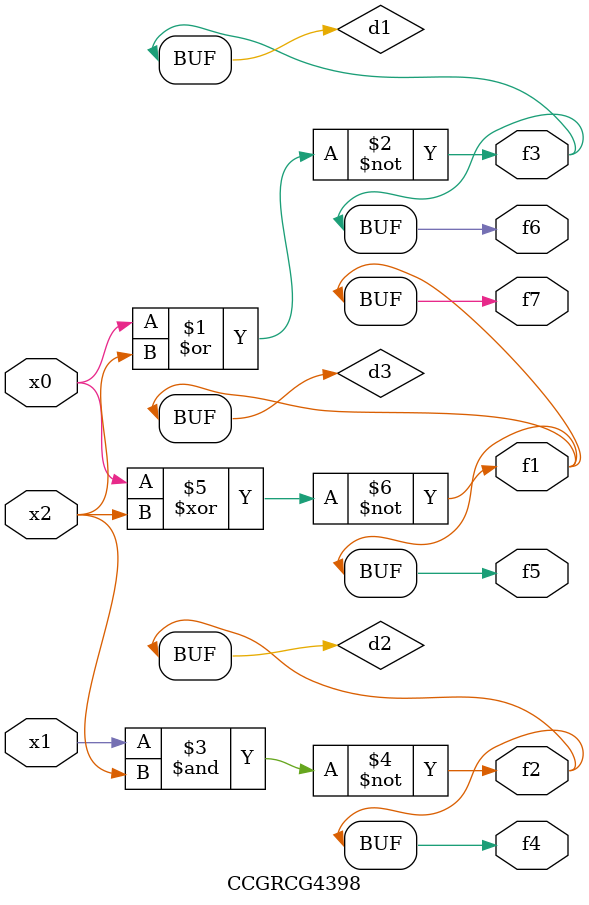
<source format=v>
module CCGRCG4398(
	input x0, x1, x2,
	output f1, f2, f3, f4, f5, f6, f7
);

	wire d1, d2, d3;

	nor (d1, x0, x2);
	nand (d2, x1, x2);
	xnor (d3, x0, x2);
	assign f1 = d3;
	assign f2 = d2;
	assign f3 = d1;
	assign f4 = d2;
	assign f5 = d3;
	assign f6 = d1;
	assign f7 = d3;
endmodule

</source>
